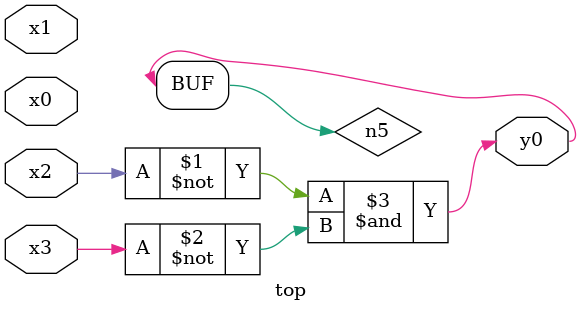
<source format=v>
module top( x0 , x1 , x2 , x3 , y0 );
  input x0 , x1 , x2 , x3 ;
  output y0 ;
  wire n5 ;
  assign n5 = ~x2 & ~x3 ;
  assign y0 = n5 ;
endmodule

</source>
